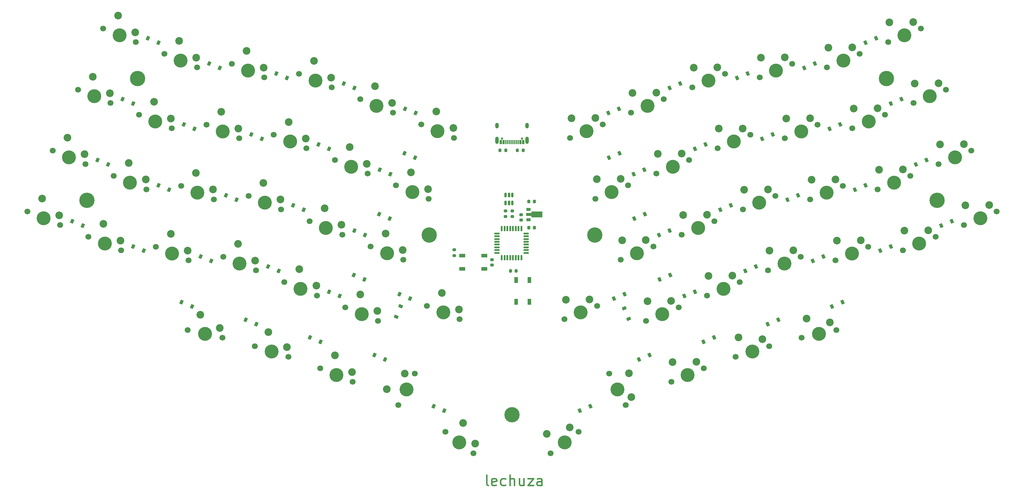
<source format=gbr>
%TF.GenerationSoftware,KiCad,Pcbnew,(6.0.0)*%
%TF.CreationDate,2022-03-22T19:27:30+01:00*%
%TF.ProjectId,main,6d61696e-2e6b-4696-9361-645f70636258,rev?*%
%TF.SameCoordinates,Original*%
%TF.FileFunction,Soldermask,Top*%
%TF.FilePolarity,Negative*%
%FSLAX46Y46*%
G04 Gerber Fmt 4.6, Leading zero omitted, Abs format (unit mm)*
G04 Created by KiCad (PCBNEW (6.0.0)) date 2022-03-22 19:27:30*
%MOMM*%
%LPD*%
G01*
G04 APERTURE LIST*
G04 Aperture macros list*
%AMRoundRect*
0 Rectangle with rounded corners*
0 $1 Rounding radius*
0 $2 $3 $4 $5 $6 $7 $8 $9 X,Y pos of 4 corners*
0 Add a 4 corners polygon primitive as box body*
4,1,4,$2,$3,$4,$5,$6,$7,$8,$9,$2,$3,0*
0 Add four circle primitives for the rounded corners*
1,1,$1+$1,$2,$3*
1,1,$1+$1,$4,$5*
1,1,$1+$1,$6,$7*
1,1,$1+$1,$8,$9*
0 Add four rect primitives between the rounded corners*
20,1,$1+$1,$2,$3,$4,$5,0*
20,1,$1+$1,$4,$5,$6,$7,0*
20,1,$1+$1,$6,$7,$8,$9,0*
20,1,$1+$1,$8,$9,$2,$3,0*%
%AMRotRect*
0 Rectangle, with rotation*
0 The origin of the aperture is its center*
0 $1 length*
0 $2 width*
0 $3 Rotation angle, in degrees counterclockwise*
0 Add horizontal line*
21,1,$1,$2,0,0,$3*%
%AMFreePoly0*
4,1,9,3.862500,-0.866500,0.737500,-0.866500,0.737500,-0.450000,-0.737500,-0.450000,-0.737500,0.450000,0.737500,0.450000,0.737500,0.866500,3.862500,0.866500,3.862500,-0.866500,3.862500,-0.866500,$1*%
G04 Aperture macros list end*
%ADD10C,0.400000*%
%ADD11RotRect,0.900000X1.200000X157.500000*%
%ADD12RotRect,0.900000X1.200000X22.500000*%
%ADD13RotRect,0.900000X1.200000X202.500000*%
%ADD14RoundRect,0.225000X0.225000X0.250000X-0.225000X0.250000X-0.225000X-0.250000X0.225000X-0.250000X0*%
%ADD15R,1.700000X1.000000*%
%ADD16RotRect,0.900000X1.200000X337.500000*%
%ADD17RoundRect,0.200000X-0.275000X0.200000X-0.275000X-0.200000X0.275000X-0.200000X0.275000X0.200000X0*%
%ADD18RoundRect,0.200000X0.275000X-0.200000X0.275000X0.200000X-0.275000X0.200000X-0.275000X-0.200000X0*%
%ADD19RotRect,0.900000X1.200000X247.500000*%
%ADD20RoundRect,0.225000X-0.250000X0.225000X-0.250000X-0.225000X0.250000X-0.225000X0.250000X0.225000X0*%
%ADD21RoundRect,0.200000X-0.200000X-0.275000X0.200000X-0.275000X0.200000X0.275000X-0.200000X0.275000X0*%
%ADD22RotRect,0.900000X1.200000X292.500000*%
%ADD23RoundRect,0.225000X-0.225000X-0.250000X0.225000X-0.250000X0.225000X0.250000X-0.225000X0.250000X0*%
%ADD24RoundRect,0.125000X0.125000X-0.625000X0.125000X0.625000X-0.125000X0.625000X-0.125000X-0.625000X0*%
%ADD25RoundRect,0.125000X0.625000X-0.125000X0.625000X0.125000X-0.625000X0.125000X-0.625000X-0.125000X0*%
%ADD26R,1.000000X1.700000*%
%ADD27C,0.650000*%
%ADD28R,0.300000X1.150000*%
%ADD29O,1.000000X2.100000*%
%ADD30O,1.000000X1.600000*%
%ADD31RoundRect,0.150000X-0.150000X0.512500X-0.150000X-0.512500X0.150000X-0.512500X0.150000X0.512500X0*%
%ADD32R,1.300000X0.900000*%
%ADD33FreePoly0,0.000000*%
%ADD34RoundRect,0.200000X0.200000X0.275000X-0.200000X0.275000X-0.200000X-0.275000X0.200000X-0.275000X0*%
%ADD35C,4.000000*%
%ADD36C,1.700000*%
%ADD37C,2.200000*%
%ADD38C,4.400000*%
G04 APERTURE END LIST*
D10*
X-205232940Y-131982142D02*
X-205518654Y-131839285D01*
X-205661511Y-131553571D01*
X-205661511Y-128982142D01*
X-202947225Y-131839285D02*
X-203232940Y-131982142D01*
X-203804368Y-131982142D01*
X-204090082Y-131839285D01*
X-204232940Y-131553571D01*
X-204232940Y-130410714D01*
X-204090082Y-130125000D01*
X-203804368Y-129982142D01*
X-203232940Y-129982142D01*
X-202947225Y-130125000D01*
X-202804368Y-130410714D01*
X-202804368Y-130696428D01*
X-204232940Y-130982142D01*
X-200232940Y-131839285D02*
X-200518654Y-131982142D01*
X-201090082Y-131982142D01*
X-201375797Y-131839285D01*
X-201518654Y-131696428D01*
X-201661511Y-131410714D01*
X-201661511Y-130553571D01*
X-201518654Y-130267857D01*
X-201375797Y-130125000D01*
X-201090082Y-129982142D01*
X-200518654Y-129982142D01*
X-200232940Y-130125000D01*
X-198947225Y-131982142D02*
X-198947225Y-128982142D01*
X-197661511Y-131982142D02*
X-197661511Y-130410714D01*
X-197804368Y-130125000D01*
X-198090082Y-129982142D01*
X-198518654Y-129982142D01*
X-198804368Y-130125000D01*
X-198947225Y-130267857D01*
X-194947225Y-129982142D02*
X-194947225Y-131982142D01*
X-196232940Y-129982142D02*
X-196232940Y-131553571D01*
X-196090082Y-131839285D01*
X-195804368Y-131982142D01*
X-195375797Y-131982142D01*
X-195090082Y-131839285D01*
X-194947225Y-131696428D01*
X-193804368Y-129982142D02*
X-192232940Y-129982142D01*
X-193804368Y-131982142D01*
X-192232940Y-131982142D01*
X-189804368Y-131982142D02*
X-189804368Y-130410714D01*
X-189947225Y-130125000D01*
X-190232940Y-129982142D01*
X-190804368Y-129982142D01*
X-191090082Y-130125000D01*
X-189804368Y-131839285D02*
X-190090082Y-131982142D01*
X-190804368Y-131982142D01*
X-191090082Y-131839285D01*
X-191232940Y-131553571D01*
X-191232940Y-131267857D01*
X-191090082Y-130982142D01*
X-190804368Y-130839285D01*
X-190090082Y-130839285D01*
X-189804368Y-130696428D01*
D11*
%TO.C,D44*%
X-247914050Y-77469011D03*
X-250962852Y-76206155D03*
%TD*%
%TO.C,D48*%
X-321764388Y-57161927D03*
X-324813190Y-55899071D03*
%TD*%
D12*
%TO.C,D4*%
X-153095194Y-17536894D03*
X-150046392Y-16274038D03*
%TD*%
%TO.C,D38*%
X-92539325Y-64432911D03*
X-89490523Y-63170055D03*
%TD*%
D13*
%TO.C,D6*%
X-167443700Y-36333754D03*
X-170492502Y-37596610D03*
%TD*%
D11*
%TO.C,D22*%
X-270297246Y-32208047D03*
X-273346048Y-30945191D03*
%TD*%
D12*
%TO.C,D39*%
X-111910782Y-67315470D03*
X-108861980Y-66052614D03*
%TD*%
%TO.C,D37*%
X-74985613Y-57161926D03*
X-71936811Y-55899070D03*
%TD*%
D11*
%TO.C,D21*%
X-250925790Y-35090604D03*
X-253974592Y-33827748D03*
%TD*%
D13*
%TO.C,D52*%
X-158796495Y-94448211D03*
X-161845297Y-95711067D03*
%TD*%
D12*
%TO.C,D16*%
X-145824211Y-35090604D03*
X-142775409Y-33827748D03*
%TD*%
D14*
%TO.C,C2*%
X-191975000Y-57750000D03*
X-193525000Y-57750000D03*
%TD*%
D13*
%TO.C,D30*%
X-152901730Y-71441177D03*
X-155950532Y-72704033D03*
%TD*%
%TO.C,D51*%
X-140333444Y-89371355D03*
X-143382246Y-90634211D03*
%TD*%
D15*
%TO.C,SW61*%
X-206350000Y-69650000D03*
X-212650000Y-69650000D03*
X-206350000Y-65850000D03*
X-212650000Y-65850000D03*
%TD*%
D16*
%TO.C,D55*%
X-230682987Y-76894415D03*
X-227634185Y-78157271D03*
%TD*%
D17*
%TO.C,R6*%
X-215000000Y-64175000D03*
X-215000000Y-65825000D03*
%TD*%
D12*
%TO.C,D2*%
X-114352281Y-11771779D03*
X-111303479Y-10508923D03*
%TD*%
%TO.C,D3*%
X-133723737Y-14654337D03*
X-130674935Y-13391481D03*
%TD*%
%TO.C,D5*%
X-170648906Y-24807878D03*
X-167600104Y-23545022D03*
%TD*%
D16*
%TO.C,D60*%
X-293341259Y-79217897D03*
X-290292457Y-80480753D03*
%TD*%
D13*
%TO.C,D49*%
X-103408741Y-79217897D03*
X-106457543Y-80480753D03*
%TD*%
D18*
%TO.C,R3*%
X-200250000Y-54575000D03*
X-200250000Y-52925000D03*
%TD*%
D13*
%TO.C,D54*%
X-166067013Y-76894415D03*
X-169115815Y-78157271D03*
%TD*%
D11*
%TO.C,D46*%
X-284839218Y-67315470D03*
X-287888020Y-66052614D03*
%TD*%
D19*
%TO.C,D43*%
X-230344904Y-80389870D03*
X-231607760Y-83438672D03*
%TD*%
D16*
%TO.C,D59*%
X-274878674Y-84294668D03*
X-271829872Y-85557524D03*
%TD*%
D11*
%TO.C,D36*%
X-314493401Y-39608215D03*
X-317542203Y-38345359D03*
%TD*%
D20*
%TO.C,C3*%
X-195750000Y-54025000D03*
X-195750000Y-55575000D03*
%TD*%
D12*
%TO.C,D1*%
X-96798570Y-4500793D03*
X-93749768Y-3237937D03*
%TD*%
D16*
%TO.C,D19*%
X-236577285Y-53887465D03*
X-233528483Y-55150321D03*
%TD*%
D21*
%TO.C,R5*%
X-198825000Y-70250000D03*
X-197175000Y-70250000D03*
%TD*%
D11*
%TO.C,D8*%
X-226101093Y-24807880D03*
X-229149895Y-23545024D03*
%TD*%
D12*
%TO.C,D17*%
X-163377921Y-42361590D03*
X-160329119Y-41098734D03*
%TD*%
D11*
%TO.C,D23*%
X-289668703Y-29325490D03*
X-292717505Y-28062634D03*
%TD*%
%TO.C,D33*%
X-258196775Y-52644315D03*
X-261245577Y-51381459D03*
%TD*%
D22*
%TO.C,D42*%
X-166148276Y-81009886D03*
X-164885420Y-84058688D03*
%TD*%
D16*
%TO.C,D57*%
X-237953505Y-94448211D03*
X-234904703Y-95711067D03*
%TD*%
D23*
%TO.C,C1*%
X-193525000Y-50250000D03*
X-191975000Y-50250000D03*
%TD*%
D24*
%TO.C,U3*%
X-201300000Y-66425000D03*
X-200500000Y-66425000D03*
X-199700000Y-66425000D03*
X-198900000Y-66425000D03*
X-198100000Y-66425000D03*
X-197300000Y-66425000D03*
X-196500000Y-66425000D03*
X-195700000Y-66425000D03*
D25*
X-194325000Y-65050000D03*
X-194325000Y-64250000D03*
X-194325000Y-63450000D03*
X-194325000Y-62650000D03*
X-194325000Y-61850000D03*
X-194325000Y-61050000D03*
X-194325000Y-60250000D03*
X-194325000Y-59450000D03*
D24*
X-195700000Y-58075000D03*
X-196500000Y-58075000D03*
X-197300000Y-58075000D03*
X-198100000Y-58075000D03*
X-198900000Y-58075000D03*
X-199700000Y-58075000D03*
X-200500000Y-58075000D03*
X-201300000Y-58075000D03*
D25*
X-202675000Y-59450000D03*
X-202675000Y-60250000D03*
X-202675000Y-61050000D03*
X-202675000Y-61850000D03*
X-202675000Y-62650000D03*
X-202675000Y-63450000D03*
X-202675000Y-64250000D03*
X-202675000Y-65050000D03*
%TD*%
D11*
%TO.C,D45*%
X-265467760Y-70198027D03*
X-268516562Y-68935171D03*
%TD*%
%TO.C,D9*%
X-243654806Y-17536894D03*
X-246703608Y-16274038D03*
%TD*%
%TO.C,D34*%
X-277568234Y-49761759D03*
X-280617036Y-48498903D03*
%TD*%
D12*
%TO.C,D41*%
X-148835951Y-77469013D03*
X-145787149Y-76206157D03*
%TD*%
D13*
%TO.C,D18*%
X-160172715Y-53887465D03*
X-163221517Y-55150321D03*
%TD*%
%TO.C,D50*%
X-121871326Y-84294668D03*
X-124920128Y-85557524D03*
%TD*%
D12*
%TO.C,D29*%
X-156106937Y-59915301D03*
X-153058135Y-58652445D03*
%TD*%
D26*
%TO.C,SW62*%
X-193350000Y-79150000D03*
X-193350000Y-72850000D03*
X-197150000Y-79150000D03*
X-197150000Y-72850000D03*
%TD*%
D11*
%TO.C,D32*%
X-240643064Y-59915301D03*
X-243691866Y-58652445D03*
%TD*%
D12*
%TO.C,D15*%
X-126452754Y-32208047D03*
X-123403952Y-30945191D03*
%TD*%
D16*
%TO.C,D7*%
X-229306300Y-36333754D03*
X-226257498Y-37596610D03*
%TD*%
%TO.C,D31*%
X-243848270Y-71441177D03*
X-240799468Y-72704033D03*
%TD*%
D18*
%TO.C,R4*%
X-198250000Y-54575000D03*
X-198250000Y-52925000D03*
%TD*%
D27*
%TO.C,J1*%
X-201265000Y-32105000D03*
X-195485000Y-32105000D03*
D28*
X-195025000Y-33170000D03*
X-195825000Y-33170000D03*
X-197125000Y-33170000D03*
X-198125000Y-33170000D03*
X-198625000Y-33170000D03*
X-199625000Y-33170000D03*
X-200925000Y-33170000D03*
X-201725000Y-33170000D03*
X-201425000Y-33170000D03*
X-200625000Y-33170000D03*
X-200125000Y-33170000D03*
X-199125000Y-33170000D03*
X-197625000Y-33170000D03*
X-196625000Y-33170000D03*
X-196125000Y-33170000D03*
X-195325000Y-33170000D03*
D29*
X-202695000Y-32605000D03*
D30*
X-202695000Y-28425000D03*
X-194055000Y-28425000D03*
D29*
X-194055000Y-32605000D03*
%TD*%
D12*
%TO.C,D27*%
X-119181766Y-49761758D03*
X-116132964Y-48498902D03*
%TD*%
%TO.C,D28*%
X-138553225Y-52644315D03*
X-135504423Y-51381459D03*
%TD*%
%TO.C,D13*%
X-89527584Y-22054504D03*
X-86478782Y-20791648D03*
%TD*%
%TO.C,D40*%
X-131282240Y-70198027D03*
X-128233438Y-68935171D03*
%TD*%
D11*
%TO.C,D12*%
X-299951430Y-4500793D03*
X-303000232Y-3237937D03*
%TD*%
%TO.C,D24*%
X-307222416Y-22054504D03*
X-310271218Y-20791648D03*
%TD*%
D16*
%TO.C,D58*%
X-256416091Y-89371440D03*
X-253367289Y-90634296D03*
%TD*%
D11*
%TO.C,D20*%
X-233372079Y-42361590D03*
X-236420881Y-41098734D03*
%TD*%
%TO.C,D47*%
X-304210675Y-64432912D03*
X-307259477Y-63170056D03*
%TD*%
D16*
%TO.C,D56*%
X-220932200Y-109210709D03*
X-217883398Y-110473565D03*
%TD*%
D20*
%TO.C,C4*%
X-204149999Y-67025000D03*
X-204149999Y-68575000D03*
%TD*%
D13*
%TO.C,D53*%
X-175817800Y-109210710D03*
X-178866602Y-110473566D03*
%TD*%
D11*
%TO.C,D10*%
X-263026262Y-14654336D03*
X-266075064Y-13391480D03*
%TD*%
%TO.C,D35*%
X-296939690Y-46879201D03*
X-299988492Y-45616345D03*
%TD*%
D21*
%TO.C,R1*%
X-201825000Y-35500000D03*
X-200175000Y-35500000D03*
%TD*%
D12*
%TO.C,D26*%
X-99810310Y-46879201D03*
X-96761508Y-45616345D03*
%TD*%
%TO.C,D25*%
X-82256599Y-39608215D03*
X-79207797Y-38345359D03*
%TD*%
D31*
%TO.C,U1*%
X-198300000Y-48362500D03*
X-199250000Y-48362500D03*
X-200200000Y-48362500D03*
X-200200000Y-50637500D03*
X-199250000Y-50637500D03*
X-198300000Y-50637500D03*
%TD*%
D32*
%TO.C,U2*%
X-193650000Y-52500000D03*
D33*
X-193562500Y-54000000D03*
D32*
X-193650000Y-55500000D03*
%TD*%
D11*
%TO.C,D11*%
X-282397720Y-11771778D03*
X-285446522Y-10508922D03*
%TD*%
D12*
%TO.C,D14*%
X-107081296Y-29325489D03*
X-104032494Y-28062633D03*
%TD*%
D34*
%TO.C,R2*%
X-195174999Y-35500001D03*
X-196824999Y-35500001D03*
%TD*%
D35*
%TO.C,SW18*%
X-169721503Y-47559868D03*
D36*
X-174414811Y-49503900D03*
X-165028195Y-45615836D03*
D37*
X-174012189Y-43838576D03*
X-167173538Y-43755190D03*
%TD*%
D36*
%TO.C,SW3*%
X-127206916Y-14525661D03*
X-117820300Y-10637597D03*
D35*
X-122513608Y-12581629D03*
D37*
X-126804294Y-8860337D03*
X-119965643Y-8776951D03*
%TD*%
D36*
%TO.C,SW58*%
X-244148145Y-102165033D03*
X-253534761Y-98276969D03*
D35*
X-248841453Y-100221001D03*
D37*
X-249244075Y-94555677D03*
X-244349456Y-99332371D03*
%TD*%
D36*
%TO.C,SW22*%
X-276814069Y-32079371D03*
X-286200685Y-28191307D03*
D35*
X-281507377Y-30135339D03*
D37*
X-281909999Y-24470015D03*
X-277015380Y-29246709D03*
%TD*%
D36*
%TO.C,SW1*%
X-80895132Y-484053D03*
D35*
X-85588440Y-2428085D03*
D36*
X-90281748Y-4372117D03*
D37*
X-89879126Y1293207D03*
X-83040475Y1376593D03*
%TD*%
D36*
%TO.C,SW36*%
X-321010223Y-39479542D03*
X-330396839Y-35591478D03*
D35*
X-325703531Y-37535510D03*
D37*
X-326106153Y-31870186D03*
X-321211534Y-36646880D03*
%TD*%
D35*
%TO.C,SW30*%
X-162450517Y-65113579D03*
D36*
X-157757209Y-63169547D03*
X-167143825Y-67057611D03*
D37*
X-166741203Y-61392287D03*
X-159902552Y-61308901D03*
%TD*%
D38*
%TO.C,TH3*%
X-174625000Y-59875000D03*
%TD*%
D36*
%TO.C,SW28*%
X-122649787Y-48627577D03*
D35*
X-127343095Y-50571609D03*
D36*
X-132036403Y-52515641D03*
D37*
X-131633781Y-46850317D03*
X-124795130Y-46766931D03*
%TD*%
D35*
%TO.C,SW37*%
X-63775484Y-55089220D03*
D36*
X-68468792Y-57033252D03*
X-59082176Y-53145188D03*
D37*
X-68066170Y-51367928D03*
X-61227519Y-51284542D03*
%TD*%
D36*
%TO.C,SW13*%
X-73624148Y-18037766D03*
D35*
X-78317456Y-19981798D03*
D36*
X-83010764Y-21925830D03*
D37*
X-82608142Y-16260506D03*
X-75769491Y-16177120D03*
%TD*%
D36*
%TO.C,SW50*%
X-134137624Y-94972994D03*
D35*
X-129292742Y-93445409D03*
D36*
X-124447860Y-91917824D03*
D37*
X-133242769Y-89364320D03*
X-126422873Y-89877279D03*
%TD*%
D36*
%TO.C,SW47*%
X-320114113Y-60416174D03*
D35*
X-315420805Y-62360206D03*
D36*
X-310727497Y-64304238D03*
D37*
X-315823427Y-56694882D03*
X-310928808Y-61471576D03*
%TD*%
D36*
%TO.C,SW12*%
X-315854868Y-484055D03*
D35*
X-311161560Y-2428087D03*
D36*
X-306468252Y-4372119D03*
D37*
X-311564182Y3237237D03*
X-306669563Y-1539457D03*
%TD*%
D36*
%TO.C,SW43*%
X-246263774Y-80723260D03*
X-236877158Y-84611324D03*
D35*
X-241570466Y-82667292D03*
D37*
X-241973088Y-77001968D03*
X-237078469Y-81778662D03*
%TD*%
D36*
%TO.C,SW54*%
X-183315630Y-84155817D03*
D35*
X-178622322Y-82211785D03*
D36*
X-173929014Y-80267753D03*
D37*
X-182913008Y-78490493D03*
X-176074357Y-78407107D03*
%TD*%
D36*
%TO.C,SW34*%
X-284085054Y-49633083D03*
X-293471670Y-45745019D03*
D35*
X-288778362Y-47689051D03*
D37*
X-289180984Y-42023727D03*
X-284286365Y-46800421D03*
%TD*%
D36*
%TO.C,SW45*%
X-281371198Y-66181289D03*
X-271984582Y-70069353D03*
D35*
X-276677890Y-68125321D03*
D37*
X-277080512Y-62459997D03*
X-272185893Y-67236691D03*
%TD*%
D35*
%TO.C,SW25*%
X-71046470Y-37535509D03*
D36*
X-66353162Y-35591477D03*
X-75739778Y-39479541D03*
D37*
X-75337156Y-33814217D03*
X-68498505Y-33730831D03*
%TD*%
D35*
%TO.C,SW7*%
X-219757513Y-30006160D03*
D36*
X-215064205Y-31950192D03*
X-224450821Y-28062128D03*
D37*
X-220160135Y-24340836D03*
X-215265516Y-29117530D03*
%TD*%
D36*
%TO.C,SW41*%
X-132932513Y-73452273D03*
X-142319129Y-77340337D03*
D35*
X-137625821Y-75396305D03*
D37*
X-141916507Y-71675013D03*
X-135077856Y-71591627D03*
%TD*%
D35*
%TO.C,SW35*%
X-308149820Y-44806493D03*
D36*
X-312843128Y-42862461D03*
X-303456512Y-46750525D03*
D37*
X-308552442Y-39141169D03*
X-303657823Y-43917863D03*
%TD*%
D35*
%TO.C,SW23*%
X-300878835Y-27252785D03*
D36*
X-296185527Y-29196817D03*
X-305572143Y-25308753D03*
D37*
X-301281457Y-21587461D03*
X-296386838Y-26364155D03*
%TD*%
D36*
%TO.C,SW29*%
X-149590115Y-59786626D03*
X-140203499Y-55898562D03*
D35*
X-144896807Y-57842594D03*
D37*
X-149187493Y-54121302D03*
X-142348842Y-54037916D03*
%TD*%
D35*
%TO.C,SW2*%
X-103142151Y-9699072D03*
D36*
X-107835459Y-11643104D03*
X-98448843Y-7755040D03*
D37*
X-107432837Y-5977780D03*
X-100594186Y-5894394D03*
%TD*%
D36*
%TO.C,SW40*%
X-115378802Y-66181289D03*
X-124765418Y-70069353D03*
D35*
X-120072110Y-68125321D03*
D37*
X-124362796Y-64404029D03*
X-117524145Y-64320643D03*
%TD*%
D36*
%TO.C,SW21*%
X-266829229Y-31073866D03*
X-257442613Y-34961930D03*
D35*
X-262135921Y-33017898D03*
D37*
X-262538543Y-27352574D03*
X-257643924Y-32129268D03*
%TD*%
D36*
%TO.C,SW16*%
X-139307387Y-34961929D03*
X-129920771Y-31073865D03*
D35*
X-134614079Y-33017897D03*
D37*
X-138904765Y-29296605D03*
X-132066114Y-29213219D03*
%TD*%
D36*
%TO.C,SW49*%
X-115116531Y-89417543D03*
X-105197363Y-87218517D03*
D35*
X-110156947Y-88318030D03*
D37*
X-113736252Y-83908203D03*
X-106987016Y-85013603D03*
%TD*%
D38*
%TO.C,TH4*%
X-222125000Y-59875000D03*
%TD*%
D36*
%TO.C,SW14*%
X-91177857Y-25308752D03*
X-100564473Y-29196816D03*
D35*
X-95871165Y-27252784D03*
D37*
X-100161851Y-23531492D03*
X-93323200Y-23448106D03*
%TD*%
D36*
%TO.C,SW15*%
X-119935930Y-32079372D03*
D35*
X-115242622Y-30135340D03*
D36*
X-110549314Y-28191308D03*
D37*
X-119533308Y-26414048D03*
X-112694657Y-26330662D03*
%TD*%
D36*
%TO.C,SW20*%
X-249275516Y-38344852D03*
X-239888900Y-42232916D03*
D35*
X-244582208Y-40288884D03*
D37*
X-244984830Y-34623560D03*
X-240090211Y-39400254D03*
%TD*%
D36*
%TO.C,SW42*%
X-150486225Y-80723260D03*
X-159872841Y-84611324D03*
D35*
X-155179533Y-82667292D03*
D37*
X-159470219Y-78946000D03*
X-152631568Y-78862614D03*
%TD*%
D35*
%TO.C,SW26*%
X-88600180Y-44806494D03*
D36*
X-83906872Y-42862462D03*
X-93293488Y-46750526D03*
D37*
X-92890866Y-41085202D03*
X-86052215Y-41001816D03*
%TD*%
D35*
%TO.C,SW46*%
X-296049347Y-65242762D03*
D36*
X-300742655Y-63298730D03*
X-291356039Y-67186794D03*
D37*
X-296451969Y-59577438D03*
X-291557350Y-64354132D03*
%TD*%
D36*
%TO.C,SW56*%
X-209473220Y-122689703D03*
X-217533690Y-116504687D03*
D35*
X-213503455Y-119597195D03*
D37*
X-212426064Y-114020706D03*
X-208934525Y-119901459D03*
%TD*%
D36*
%TO.C,SW60*%
X-281633469Y-89417543D03*
X-291552637Y-87218517D03*
D35*
X-286593053Y-88318030D03*
D37*
X-287973332Y-82808690D03*
X-282323609Y-86662873D03*
%TD*%
D36*
%TO.C,SW44*%
X-254430871Y-77340337D03*
D35*
X-259124179Y-75396305D03*
D36*
X-263817487Y-73452273D03*
D37*
X-259526801Y-69730981D03*
X-254632182Y-74507675D03*
%TD*%
D36*
%TO.C,SW48*%
X-328281208Y-57033252D03*
X-337667824Y-53145188D03*
D35*
X-332974516Y-55089220D03*
D37*
X-333377138Y-49423896D03*
X-328482519Y-54200590D03*
%TD*%
D36*
%TO.C,SW11*%
X-298301156Y-7755040D03*
D35*
X-293607848Y-9699072D03*
D36*
X-288914540Y-11643104D03*
D37*
X-294010470Y-4033748D03*
X-289115851Y-8810442D03*
%TD*%
D36*
%TO.C,SW53*%
X-187276780Y-122689701D03*
X-179216310Y-116504685D03*
D35*
X-183246545Y-119597193D03*
D37*
X-188354171Y-117113212D03*
X-181770123Y-115262694D03*
%TD*%
D36*
%TO.C,SW55*%
X-222820985Y-80267753D03*
X-213434369Y-84155817D03*
D35*
X-218127677Y-82211785D03*
D37*
X-218530299Y-76546461D03*
X-213635680Y-81323155D03*
%TD*%
D38*
%TO.C,TH1*%
X-198375000Y-111625000D03*
%TD*%
D35*
%TO.C,SW10*%
X-274236392Y-12581629D03*
D36*
X-269543084Y-14525661D03*
X-278929700Y-10637597D03*
D37*
X-274639014Y-6916305D03*
X-269744395Y-11692999D03*
%TD*%
D35*
%TO.C,SW17*%
X-152167791Y-40288884D03*
D36*
X-156861099Y-42232916D03*
X-147474483Y-38344852D03*
D37*
X-156458477Y-36567592D03*
X-149619826Y-36484206D03*
%TD*%
D35*
%TO.C,SW59*%
X-267457406Y-93445349D03*
D36*
X-272302288Y-91917764D03*
X-262612524Y-94972934D03*
D37*
X-268352262Y-87836674D03*
X-263059952Y-92168597D03*
%TD*%
D36*
%TO.C,SW57*%
X-231016045Y-108830519D03*
D35*
X-228670362Y-104324504D03*
D36*
X-226324679Y-99818489D03*
D37*
X-234349219Y-104231829D03*
X-229164107Y-99772151D03*
%TD*%
D36*
%TO.C,SW27*%
X-112664946Y-49633083D03*
D35*
X-107971638Y-47689051D03*
D36*
X-103278330Y-45745019D03*
D37*
X-112262324Y-43967759D03*
X-105423673Y-43884373D03*
%TD*%
D36*
%TO.C,SW8*%
X-232617917Y-24679204D03*
X-242004533Y-20791140D03*
D35*
X-237311225Y-22735172D03*
D37*
X-237713847Y-17069848D03*
X-232819228Y-21846542D03*
%TD*%
D38*
%TO.C,TH6*%
X-76188000Y-49948000D03*
%TD*%
%TO.C,TH7*%
X-320561804Y-49947804D03*
%TD*%
D36*
%TO.C,SW31*%
X-229606174Y-67057612D03*
D35*
X-234299482Y-65113580D03*
D36*
X-238992790Y-63169548D03*
D37*
X-234702104Y-59448256D03*
X-229807485Y-64224950D03*
%TD*%
D36*
%TO.C,SW38*%
X-86022504Y-64304238D03*
D35*
X-81329196Y-62360206D03*
D36*
X-76635888Y-60416174D03*
D37*
X-85619882Y-58638914D03*
X-78781231Y-58555528D03*
%TD*%
D36*
%TO.C,SW19*%
X-231721806Y-45615837D03*
X-222335190Y-49503901D03*
D35*
X-227028498Y-47559869D03*
D37*
X-227431120Y-41894545D03*
X-222536501Y-46671239D03*
%TD*%
D36*
%TO.C,SW5*%
X-164132083Y-24679204D03*
X-154745467Y-20791140D03*
D35*
X-159438775Y-22735172D03*
D37*
X-163729461Y-19013880D03*
X-156890810Y-18930494D03*
%TD*%
D35*
%TO.C,SW32*%
X-251853193Y-57842594D03*
D36*
X-247159885Y-59786626D03*
X-256546501Y-55898562D03*
D37*
X-252255815Y-52177270D03*
X-247361196Y-56953964D03*
%TD*%
D36*
%TO.C,SW9*%
X-250171627Y-17408219D03*
X-259558243Y-13520155D03*
D35*
X-254864935Y-15464187D03*
D37*
X-255267557Y-9798863D03*
X-250372938Y-14575557D03*
%TD*%
D36*
%TO.C,SW39*%
X-105393961Y-67186794D03*
X-96007345Y-63298730D03*
D35*
X-100700653Y-65242762D03*
D37*
X-104991339Y-61521470D03*
X-98152688Y-61438084D03*
%TD*%
D36*
%TO.C,SW51*%
X-143215239Y-98276969D03*
X-152601855Y-102165033D03*
D35*
X-147908547Y-100221001D03*
D37*
X-152199233Y-96499709D03*
X-145360582Y-96416323D03*
%TD*%
D36*
%TO.C,SW52*%
X-170425320Y-99818489D03*
X-165733954Y-108830519D03*
D35*
X-168079637Y-104324504D03*
D37*
X-164746463Y-99725814D03*
X-164067367Y-106531174D03*
%TD*%
D38*
%TO.C,TH5*%
X-306020000Y-14840000D03*
%TD*%
D35*
%TO.C,SW4*%
X-141885065Y-15464188D03*
D36*
X-137191757Y-13520156D03*
X-146578373Y-17408220D03*
D37*
X-146175751Y-11742896D03*
X-139337100Y-11659510D03*
%TD*%
D36*
%TO.C,SW6*%
X-172299179Y-28062127D03*
X-181685795Y-31950191D03*
D35*
X-176992487Y-30006159D03*
D37*
X-181283173Y-26284867D03*
X-174444522Y-26201481D03*
%TD*%
D35*
%TO.C,SW33*%
X-269406904Y-50571608D03*
D36*
X-264713596Y-52515640D03*
X-274100212Y-48627576D03*
D37*
X-269809526Y-44906284D03*
X-264914907Y-49682978D03*
%TD*%
D38*
%TO.C,TH2*%
X-90730000Y-14840000D03*
%TD*%
D36*
%TO.C,SW24*%
X-313739238Y-21925830D03*
D35*
X-318432546Y-19981798D03*
D36*
X-323125854Y-18037766D03*
D37*
X-318835168Y-14316474D03*
X-313940549Y-19093168D03*
%TD*%
M02*

</source>
